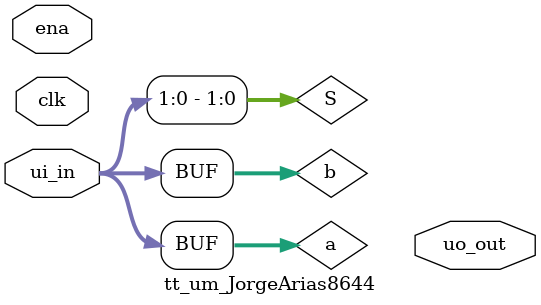
<source format=v>
`include "alu_8bits.v"
module tt_um_JorgeArias8644(

input  [7:0] ui_in,
//input  [7:0] ui_in,
// input [9:8] ui_in,
output [7:0] uo_out,
 /*input  [7:0] uio_in,*/
 /*output [7:0] uio_out,*/
 /*output [7:0] uio_oe,*/
input clk,
input ena
/*input rst_n*/

);

 // Declaración de señales
 reg [7:0] a       =  ui_in[7:0]; // Input variable A de 8 bits
 reg [7:0] b       =  ui_in[7:0]; // Input variable B de 8 bits
 reg [1:0] S       =  ui_in[1:0]; // Input selector de operación 
// wire [7:0] Result = uo_out[7:0]; // Output result operations

 // Instancia del módulo alu_8bits
 alu_8bits alu_inst (
 .a(a),
 .b(b),
 .S(S),
 .Result(Result)
 );

endmodule

</source>
